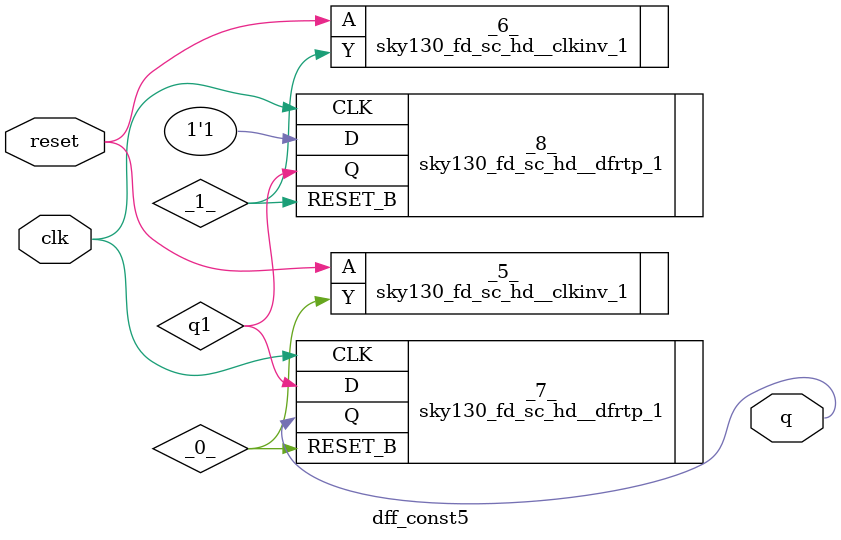
<source format=v>
/* Generated by Yosys 0.57+148 (git sha1 259bd6fb3, g++ 13.3.0-6ubuntu2~24.04 -fPIC -O3) */

(* top =  1  *)
(* src = "/home/ank/Desktop/SoC_Shwetank/verilog_files/dff_const5.v:2.1-19.10" *)
module dff_const5(clk, reset, q);
  (* src = "/home/ank/Desktop/SoC_Shwetank/verilog_files/dff_const5.v:2.25-2.28" *)
  input clk;
  wire clk;
  (* src = "/home/ank/Desktop/SoC_Shwetank/verilog_files/dff_const5.v:2.36-2.41" *)
  input reset;
  wire reset;
  (* src = "/home/ank/Desktop/SoC_Shwetank/verilog_files/dff_const5.v:2.54-2.55" *)
  output q;
  wire q;
  wire _0_;
  wire _1_;
  (* src = "/home/ank/Desktop/SoC_Shwetank/verilog_files/dff_const5.v:2.36-2.41" *)
  wire _2_;
  wire _3_;
  wire _4_;
  (* src = "/home/ank/Desktop/SoC_Shwetank/verilog_files/dff_const5.v:3.5-3.7" *)
  wire q1;
  sky130_fd_sc_hd__clkinv_1 _5_ (
    .A(_2_),
    .Y(_0_)
  );
  sky130_fd_sc_hd__clkinv_1 _6_ (
    .A(_2_),
    .Y(_1_)
  );
  (* src = "/home/ank/Desktop/SoC_Shwetank/verilog_files/dff_const5.v:5.1-17.4" *)
  sky130_fd_sc_hd__dfrtp_1 _7_ (
    .CLK(clk),
    .D(q1),
    .Q(q),
    .RESET_B(_3_)
  );
  (* src = "/home/ank/Desktop/SoC_Shwetank/verilog_files/dff_const5.v:5.1-17.4" *)
  sky130_fd_sc_hd__dfrtp_1 _8_ (
    .CLK(clk),
    .D(1'h1),
    .Q(q1),
    .RESET_B(_4_)
  );
  assign _2_ = reset;
  assign _3_ = _0_;
  assign _4_ = _1_;
endmodule

</source>
